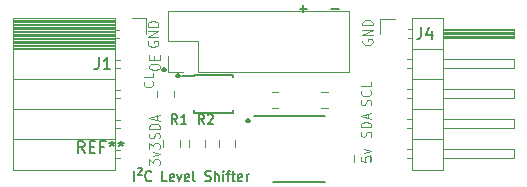
<source format=gbr>
G04 #@! TF.GenerationSoftware,KiCad,Pcbnew,5.0.0*
G04 #@! TF.CreationDate,2018-11-11T13:40:21-05:00*
G04 #@! TF.ProjectId,Pi-I2C-Level-Shifter,50692D4932432D4C6576656C2D536869,rev?*
G04 #@! TF.SameCoordinates,Original*
G04 #@! TF.FileFunction,Legend,Top*
G04 #@! TF.FilePolarity,Positive*
%FSLAX46Y46*%
G04 Gerber Fmt 4.6, Leading zero omitted, Abs format (unit mm)*
G04 Created by KiCad (PCBNEW 5.0.0) date Sun Nov 11 13:40:21 2018*
%MOMM*%
%LPD*%
G01*
G04 APERTURE LIST*
%ADD10C,0.300000*%
%ADD11C,0.150000*%
%ADD12C,0.100000*%
%ADD13C,0.120000*%
G04 APERTURE END LIST*
D10*
X186715400Y-84736714D02*
X186786828Y-84808142D01*
X186715400Y-84879571D01*
X186643971Y-84808142D01*
X186715400Y-84736714D01*
X186715400Y-84879571D01*
D11*
X197049428Y-79127342D02*
X197666571Y-79127342D01*
X197358000Y-79432104D02*
X197358000Y-78822580D01*
X199716428Y-79127342D02*
X200333571Y-79127342D01*
D10*
X192659000Y-88546714D02*
X192730428Y-88618142D01*
X192659000Y-88689571D01*
X192587571Y-88618142D01*
X192659000Y-88546714D01*
X192659000Y-88689571D01*
X185547000Y-84228714D02*
X185618428Y-84300142D01*
X185547000Y-84371571D01*
X185475571Y-84300142D01*
X185547000Y-84228714D01*
X185547000Y-84371571D01*
D11*
X183013952Y-93752142D02*
X183013952Y-92852142D01*
X183356809Y-92637857D02*
X183433000Y-92595000D01*
X183547285Y-92595000D01*
X183623476Y-92637857D01*
X183661571Y-92723571D01*
X183661571Y-92809285D01*
X183623476Y-92895000D01*
X183356809Y-93195000D01*
X183661571Y-93195000D01*
X184461571Y-93666428D02*
X184423476Y-93709285D01*
X184309190Y-93752142D01*
X184233000Y-93752142D01*
X184118714Y-93709285D01*
X184042523Y-93623571D01*
X184004428Y-93537857D01*
X183966333Y-93366428D01*
X183966333Y-93237857D01*
X184004428Y-93066428D01*
X184042523Y-92980714D01*
X184118714Y-92895000D01*
X184233000Y-92852142D01*
X184309190Y-92852142D01*
X184423476Y-92895000D01*
X184461571Y-92937857D01*
X185794904Y-93752142D02*
X185413952Y-93752142D01*
X185413952Y-92852142D01*
X186366333Y-93709285D02*
X186290142Y-93752142D01*
X186137761Y-93752142D01*
X186061571Y-93709285D01*
X186023476Y-93623571D01*
X186023476Y-93280714D01*
X186061571Y-93195000D01*
X186137761Y-93152142D01*
X186290142Y-93152142D01*
X186366333Y-93195000D01*
X186404428Y-93280714D01*
X186404428Y-93366428D01*
X186023476Y-93452142D01*
X186671095Y-93152142D02*
X186861571Y-93752142D01*
X187052047Y-93152142D01*
X187661571Y-93709285D02*
X187585380Y-93752142D01*
X187433000Y-93752142D01*
X187356809Y-93709285D01*
X187318714Y-93623571D01*
X187318714Y-93280714D01*
X187356809Y-93195000D01*
X187433000Y-93152142D01*
X187585380Y-93152142D01*
X187661571Y-93195000D01*
X187699666Y-93280714D01*
X187699666Y-93366428D01*
X187318714Y-93452142D01*
X188156809Y-93752142D02*
X188080619Y-93709285D01*
X188042523Y-93623571D01*
X188042523Y-92852142D01*
X189033000Y-93709285D02*
X189147285Y-93752142D01*
X189337761Y-93752142D01*
X189413952Y-93709285D01*
X189452047Y-93666428D01*
X189490142Y-93580714D01*
X189490142Y-93495000D01*
X189452047Y-93409285D01*
X189413952Y-93366428D01*
X189337761Y-93323571D01*
X189185380Y-93280714D01*
X189109190Y-93237857D01*
X189071095Y-93195000D01*
X189033000Y-93109285D01*
X189033000Y-93023571D01*
X189071095Y-92937857D01*
X189109190Y-92895000D01*
X189185380Y-92852142D01*
X189375857Y-92852142D01*
X189490142Y-92895000D01*
X189833000Y-93752142D02*
X189833000Y-92852142D01*
X190175857Y-93752142D02*
X190175857Y-93280714D01*
X190137761Y-93195000D01*
X190061571Y-93152142D01*
X189947285Y-93152142D01*
X189871095Y-93195000D01*
X189833000Y-93237857D01*
X190556809Y-93752142D02*
X190556809Y-93152142D01*
X190556809Y-92852142D02*
X190518714Y-92895000D01*
X190556809Y-92937857D01*
X190594904Y-92895000D01*
X190556809Y-92852142D01*
X190556809Y-92937857D01*
X190823476Y-93152142D02*
X191128238Y-93152142D01*
X190937761Y-93752142D02*
X190937761Y-92980714D01*
X190975857Y-92895000D01*
X191052047Y-92852142D01*
X191128238Y-92852142D01*
X191280619Y-93152142D02*
X191585380Y-93152142D01*
X191394904Y-92852142D02*
X191394904Y-93623571D01*
X191433000Y-93709285D01*
X191509190Y-93752142D01*
X191585380Y-93752142D01*
X192156809Y-93709285D02*
X192080619Y-93752142D01*
X191928238Y-93752142D01*
X191852047Y-93709285D01*
X191813952Y-93623571D01*
X191813952Y-93280714D01*
X191852047Y-93195000D01*
X191928238Y-93152142D01*
X192080619Y-93152142D01*
X192156809Y-93195000D01*
X192194904Y-93280714D01*
X192194904Y-93366428D01*
X191813952Y-93452142D01*
X192537761Y-93752142D02*
X192537761Y-93152142D01*
X192537761Y-93323571D02*
X192575857Y-93237857D01*
X192613952Y-93195000D01*
X192690142Y-93152142D01*
X192766333Y-93152142D01*
D12*
X202369000Y-81762523D02*
X202326142Y-81838714D01*
X202326142Y-81953000D01*
X202369000Y-82067285D01*
X202454714Y-82143476D01*
X202540428Y-82181571D01*
X202711857Y-82219666D01*
X202840428Y-82219666D01*
X203011857Y-82181571D01*
X203097571Y-82143476D01*
X203183285Y-82067285D01*
X203226142Y-81953000D01*
X203226142Y-81876809D01*
X203183285Y-81762523D01*
X203140428Y-81724428D01*
X202840428Y-81724428D01*
X202840428Y-81876809D01*
X203226142Y-81381571D02*
X202326142Y-81381571D01*
X203226142Y-80924428D01*
X202326142Y-80924428D01*
X203226142Y-80543476D02*
X202326142Y-80543476D01*
X202326142Y-80353000D01*
X202369000Y-80238714D01*
X202454714Y-80162523D01*
X202540428Y-80124428D01*
X202711857Y-80086333D01*
X202840428Y-80086333D01*
X203011857Y-80124428D01*
X203097571Y-80162523D01*
X203183285Y-80238714D01*
X203226142Y-80353000D01*
X203226142Y-80543476D01*
X203056285Y-87312380D02*
X203099142Y-87198095D01*
X203099142Y-87007619D01*
X203056285Y-86931428D01*
X203013428Y-86893333D01*
X202927714Y-86855238D01*
X202842000Y-86855238D01*
X202756285Y-86893333D01*
X202713428Y-86931428D01*
X202670571Y-87007619D01*
X202627714Y-87160000D01*
X202584857Y-87236190D01*
X202542000Y-87274285D01*
X202456285Y-87312380D01*
X202370571Y-87312380D01*
X202284857Y-87274285D01*
X202242000Y-87236190D01*
X202199142Y-87160000D01*
X202199142Y-86969523D01*
X202242000Y-86855238D01*
X203013428Y-86055238D02*
X203056285Y-86093333D01*
X203099142Y-86207619D01*
X203099142Y-86283809D01*
X203056285Y-86398095D01*
X202970571Y-86474285D01*
X202884857Y-86512380D01*
X202713428Y-86550476D01*
X202584857Y-86550476D01*
X202413428Y-86512380D01*
X202327714Y-86474285D01*
X202242000Y-86398095D01*
X202199142Y-86283809D01*
X202199142Y-86207619D01*
X202242000Y-86093333D01*
X202284857Y-86055238D01*
X203099142Y-85331428D02*
X203099142Y-85712380D01*
X202199142Y-85712380D01*
X203056285Y-89998428D02*
X203099142Y-89884142D01*
X203099142Y-89693666D01*
X203056285Y-89617476D01*
X203013428Y-89579380D01*
X202927714Y-89541285D01*
X202842000Y-89541285D01*
X202756285Y-89579380D01*
X202713428Y-89617476D01*
X202670571Y-89693666D01*
X202627714Y-89846047D01*
X202584857Y-89922238D01*
X202542000Y-89960333D01*
X202456285Y-89998428D01*
X202370571Y-89998428D01*
X202284857Y-89960333D01*
X202242000Y-89922238D01*
X202199142Y-89846047D01*
X202199142Y-89655571D01*
X202242000Y-89541285D01*
X203099142Y-89198428D02*
X202199142Y-89198428D01*
X202199142Y-89007952D01*
X202242000Y-88893666D01*
X202327714Y-88817476D01*
X202413428Y-88779380D01*
X202584857Y-88741285D01*
X202713428Y-88741285D01*
X202884857Y-88779380D01*
X202970571Y-88817476D01*
X203056285Y-88893666D01*
X203099142Y-89007952D01*
X203099142Y-89198428D01*
X202842000Y-88436523D02*
X202842000Y-88055571D01*
X203099142Y-88512714D02*
X202199142Y-88246047D01*
X203099142Y-87979380D01*
X202199142Y-91681285D02*
X202199142Y-92062238D01*
X202627714Y-92100333D01*
X202584857Y-92062238D01*
X202542000Y-91986047D01*
X202542000Y-91795571D01*
X202584857Y-91719380D01*
X202627714Y-91681285D01*
X202713428Y-91643190D01*
X202927714Y-91643190D01*
X203013428Y-91681285D01*
X203056285Y-91719380D01*
X203099142Y-91795571D01*
X203099142Y-91986047D01*
X203056285Y-92062238D01*
X203013428Y-92100333D01*
X202499142Y-91376523D02*
X203099142Y-91186047D01*
X202499142Y-90995571D01*
X184208000Y-81889523D02*
X184165142Y-81965714D01*
X184165142Y-82080000D01*
X184208000Y-82194285D01*
X184293714Y-82270476D01*
X184379428Y-82308571D01*
X184550857Y-82346666D01*
X184679428Y-82346666D01*
X184850857Y-82308571D01*
X184936571Y-82270476D01*
X185022285Y-82194285D01*
X185065142Y-82080000D01*
X185065142Y-82003809D01*
X185022285Y-81889523D01*
X184979428Y-81851428D01*
X184679428Y-81851428D01*
X184679428Y-82003809D01*
X185065142Y-81508571D02*
X184165142Y-81508571D01*
X185065142Y-81051428D01*
X184165142Y-81051428D01*
X185065142Y-80670476D02*
X184165142Y-80670476D01*
X184165142Y-80480000D01*
X184208000Y-80365714D01*
X184293714Y-80289523D01*
X184379428Y-80251428D01*
X184550857Y-80213333D01*
X184679428Y-80213333D01*
X184850857Y-80251428D01*
X184936571Y-80289523D01*
X185022285Y-80365714D01*
X185065142Y-80480000D01*
X185065142Y-80670476D01*
X184292142Y-84131095D02*
X184292142Y-83978714D01*
X184335000Y-83902523D01*
X184420714Y-83826333D01*
X184592142Y-83788238D01*
X184892142Y-83788238D01*
X185063571Y-83826333D01*
X185149285Y-83902523D01*
X185192142Y-83978714D01*
X185192142Y-84131095D01*
X185149285Y-84207285D01*
X185063571Y-84283476D01*
X184892142Y-84321571D01*
X184592142Y-84321571D01*
X184420714Y-84283476D01*
X184335000Y-84207285D01*
X184292142Y-84131095D01*
X184720714Y-83445380D02*
X184720714Y-83178714D01*
X185192142Y-83064428D02*
X185192142Y-83445380D01*
X184292142Y-83445380D01*
X184292142Y-83064428D01*
X184562714Y-85293190D02*
X184600809Y-85331285D01*
X184638904Y-85445571D01*
X184638904Y-85521761D01*
X184600809Y-85636047D01*
X184524619Y-85712238D01*
X184448428Y-85750333D01*
X184296047Y-85788428D01*
X184181761Y-85788428D01*
X184029380Y-85750333D01*
X183953190Y-85712238D01*
X183877000Y-85636047D01*
X183838904Y-85521761D01*
X183838904Y-85445571D01*
X183877000Y-85331285D01*
X183915095Y-85293190D01*
X184638904Y-84569380D02*
X184638904Y-84950333D01*
X183838904Y-84950333D01*
X185149285Y-90125428D02*
X185192142Y-90011142D01*
X185192142Y-89820666D01*
X185149285Y-89744476D01*
X185106428Y-89706380D01*
X185020714Y-89668285D01*
X184935000Y-89668285D01*
X184849285Y-89706380D01*
X184806428Y-89744476D01*
X184763571Y-89820666D01*
X184720714Y-89973047D01*
X184677857Y-90049238D01*
X184635000Y-90087333D01*
X184549285Y-90125428D01*
X184463571Y-90125428D01*
X184377857Y-90087333D01*
X184335000Y-90049238D01*
X184292142Y-89973047D01*
X184292142Y-89782571D01*
X184335000Y-89668285D01*
X185192142Y-89325428D02*
X184292142Y-89325428D01*
X184292142Y-89134952D01*
X184335000Y-89020666D01*
X184420714Y-88944476D01*
X184506428Y-88906380D01*
X184677857Y-88868285D01*
X184806428Y-88868285D01*
X184977857Y-88906380D01*
X185063571Y-88944476D01*
X185149285Y-89020666D01*
X185192142Y-89134952D01*
X185192142Y-89325428D01*
X184935000Y-88563523D02*
X184935000Y-88182571D01*
X185192142Y-88639714D02*
X184292142Y-88373047D01*
X185192142Y-88106380D01*
X184292142Y-92392380D02*
X184292142Y-91897142D01*
X184635000Y-92163809D01*
X184635000Y-92049523D01*
X184677857Y-91973333D01*
X184720714Y-91935238D01*
X184806428Y-91897142D01*
X185020714Y-91897142D01*
X185106428Y-91935238D01*
X185149285Y-91973333D01*
X185192142Y-92049523D01*
X185192142Y-92278095D01*
X185149285Y-92354285D01*
X185106428Y-92392380D01*
X184592142Y-91630476D02*
X185192142Y-91440000D01*
X184592142Y-91249523D01*
X184292142Y-91020952D02*
X184292142Y-90525714D01*
X184635000Y-90792380D01*
X184635000Y-90678095D01*
X184677857Y-90601904D01*
X184720714Y-90563809D01*
X184806428Y-90525714D01*
X185020714Y-90525714D01*
X185106428Y-90563809D01*
X185149285Y-90601904D01*
X185192142Y-90678095D01*
X185192142Y-90906666D01*
X185149285Y-90982857D01*
X185106428Y-91020952D01*
D13*
G04 #@! TO.C,J2*
X201228000Y-84515000D02*
X201228000Y-79315000D01*
X188468000Y-84515000D02*
X201228000Y-84515000D01*
X185868000Y-79315000D02*
X201228000Y-79315000D01*
X188468000Y-84515000D02*
X188468000Y-81915000D01*
X188468000Y-81915000D02*
X185868000Y-81915000D01*
X185868000Y-81915000D02*
X185868000Y-79315000D01*
X187198000Y-84515000D02*
X185868000Y-84515000D01*
X185868000Y-84515000D02*
X185868000Y-83185000D01*
D11*
G04 #@! TO.C,U2*
X194777000Y-93784000D02*
X199177000Y-93784000D01*
X193202000Y-88259000D02*
X199177000Y-88259000D01*
D13*
G04 #@! TO.C,C3*
X199394578Y-87578000D02*
X198877422Y-87578000D01*
X199394578Y-86158000D02*
X198877422Y-86158000D01*
G04 #@! TO.C,R4*
X201601000Y-92079578D02*
X201601000Y-91562422D01*
X203021000Y-92079578D02*
X203021000Y-91562422D01*
G04 #@! TO.C,C2*
X194686422Y-86158000D02*
X195203578Y-86158000D01*
X194686422Y-87578000D02*
X195203578Y-87578000D01*
D11*
G04 #@! TO.C,U1*
X188113000Y-84735000D02*
X188113000Y-84860000D01*
X191363000Y-84735000D02*
X191363000Y-84960000D01*
X191363000Y-87985000D02*
X191363000Y-87760000D01*
X188113000Y-87985000D02*
X188113000Y-87760000D01*
X188113000Y-84735000D02*
X191363000Y-84735000D01*
X188113000Y-87985000D02*
X191363000Y-87985000D01*
X188113000Y-84860000D02*
X187038000Y-84860000D01*
D13*
G04 #@! TO.C,R3*
X190171000Y-90809578D02*
X190171000Y-90292422D01*
X191591000Y-90809578D02*
X191591000Y-90292422D01*
G04 #@! TO.C,J4*
X206545000Y-79950000D02*
X206545000Y-92770000D01*
X206545000Y-92770000D02*
X209205000Y-92770000D01*
X209205000Y-92770000D02*
X209205000Y-79950000D01*
X209205000Y-79950000D02*
X206545000Y-79950000D01*
X209205000Y-80900000D02*
X215205000Y-80900000D01*
X215205000Y-80900000D02*
X215205000Y-81660000D01*
X215205000Y-81660000D02*
X209205000Y-81660000D01*
X209205000Y-80960000D02*
X215205000Y-80960000D01*
X209205000Y-81080000D02*
X215205000Y-81080000D01*
X209205000Y-81200000D02*
X215205000Y-81200000D01*
X209205000Y-81320000D02*
X215205000Y-81320000D01*
X209205000Y-81440000D02*
X215205000Y-81440000D01*
X209205000Y-81560000D02*
X215205000Y-81560000D01*
X206215000Y-80900000D02*
X206545000Y-80900000D01*
X206215000Y-81660000D02*
X206545000Y-81660000D01*
X206545000Y-82550000D02*
X209205000Y-82550000D01*
X209205000Y-83440000D02*
X215205000Y-83440000D01*
X215205000Y-83440000D02*
X215205000Y-84200000D01*
X215205000Y-84200000D02*
X209205000Y-84200000D01*
X206147929Y-83440000D02*
X206545000Y-83440000D01*
X206147929Y-84200000D02*
X206545000Y-84200000D01*
X206545000Y-85090000D02*
X209205000Y-85090000D01*
X209205000Y-85980000D02*
X215205000Y-85980000D01*
X215205000Y-85980000D02*
X215205000Y-86740000D01*
X215205000Y-86740000D02*
X209205000Y-86740000D01*
X206147929Y-85980000D02*
X206545000Y-85980000D01*
X206147929Y-86740000D02*
X206545000Y-86740000D01*
X206545000Y-87630000D02*
X209205000Y-87630000D01*
X209205000Y-88520000D02*
X215205000Y-88520000D01*
X215205000Y-88520000D02*
X215205000Y-89280000D01*
X215205000Y-89280000D02*
X209205000Y-89280000D01*
X206147929Y-88520000D02*
X206545000Y-88520000D01*
X206147929Y-89280000D02*
X206545000Y-89280000D01*
X206545000Y-90170000D02*
X209205000Y-90170000D01*
X209205000Y-91060000D02*
X215205000Y-91060000D01*
X215205000Y-91060000D02*
X215205000Y-91820000D01*
X215205000Y-91820000D02*
X209205000Y-91820000D01*
X206147929Y-91060000D02*
X206545000Y-91060000D01*
X206147929Y-91820000D02*
X206545000Y-91820000D01*
X203835000Y-81280000D02*
X203835000Y-80010000D01*
X203835000Y-80010000D02*
X205105000Y-80010000D01*
G04 #@! TO.C,J1*
X172790000Y-80070000D02*
X181420000Y-80070000D01*
X172790000Y-80188095D02*
X181420000Y-80188095D01*
X172790000Y-80306190D02*
X181420000Y-80306190D01*
X172790000Y-80424285D02*
X181420000Y-80424285D01*
X172790000Y-80542380D02*
X181420000Y-80542380D01*
X172790000Y-80660475D02*
X181420000Y-80660475D01*
X172790000Y-80778570D02*
X181420000Y-80778570D01*
X172790000Y-80896665D02*
X181420000Y-80896665D01*
X172790000Y-81014760D02*
X181420000Y-81014760D01*
X172790000Y-81132855D02*
X181420000Y-81132855D01*
X172790000Y-81250950D02*
X181420000Y-81250950D01*
X172790000Y-81369045D02*
X181420000Y-81369045D01*
X172790000Y-81487140D02*
X181420000Y-81487140D01*
X172790000Y-81605235D02*
X181420000Y-81605235D01*
X172790000Y-81723330D02*
X181420000Y-81723330D01*
X172790000Y-81841425D02*
X181420000Y-81841425D01*
X172790000Y-81959520D02*
X181420000Y-81959520D01*
X172790000Y-82077615D02*
X181420000Y-82077615D01*
X172790000Y-82195710D02*
X181420000Y-82195710D01*
X172790000Y-82313805D02*
X181420000Y-82313805D01*
X172790000Y-82431900D02*
X181420000Y-82431900D01*
X181420000Y-80920000D02*
X181770000Y-80920000D01*
X181420000Y-81640000D02*
X181770000Y-81640000D01*
X181420000Y-83460000D02*
X181830000Y-83460000D01*
X181420000Y-84180000D02*
X181830000Y-84180000D01*
X181420000Y-86000000D02*
X181830000Y-86000000D01*
X181420000Y-86720000D02*
X181830000Y-86720000D01*
X181420000Y-88540000D02*
X181830000Y-88540000D01*
X181420000Y-89260000D02*
X181830000Y-89260000D01*
X181420000Y-91080000D02*
X181830000Y-91080000D01*
X181420000Y-91800000D02*
X181830000Y-91800000D01*
X172790000Y-82550000D02*
X181420000Y-82550000D01*
X172790000Y-85090000D02*
X181420000Y-85090000D01*
X172790000Y-87630000D02*
X181420000Y-87630000D01*
X172790000Y-90170000D02*
X181420000Y-90170000D01*
X172790000Y-79950000D02*
X181420000Y-79950000D01*
X181420000Y-79950000D02*
X181420000Y-92770000D01*
X172790000Y-92770000D02*
X181420000Y-92770000D01*
X172790000Y-79950000D02*
X172790000Y-92770000D01*
X183990000Y-79950000D02*
X183990000Y-81280000D01*
X182880000Y-79950000D02*
X183990000Y-79950000D01*
G04 #@! TO.C,C1*
X184964000Y-86618578D02*
X184964000Y-86101422D01*
X186384000Y-86618578D02*
X186384000Y-86101422D01*
G04 #@! TO.C,R2*
X189051000Y-90809578D02*
X189051000Y-90292422D01*
X187631000Y-90809578D02*
X187631000Y-90292422D01*
G04 #@! TO.C,R1*
X185472000Y-90809578D02*
X185472000Y-90292422D01*
X186892000Y-90809578D02*
X186892000Y-90292422D01*
G04 #@! TO.C,J4*
D11*
X207311666Y-80732380D02*
X207311666Y-81446666D01*
X207264047Y-81589523D01*
X207168809Y-81684761D01*
X207025952Y-81732380D01*
X206930714Y-81732380D01*
X208216428Y-81065714D02*
X208216428Y-81732380D01*
X207978333Y-80684761D02*
X207740238Y-81399047D01*
X208359285Y-81399047D01*
G04 #@! TO.C,J1*
X180006666Y-83272380D02*
X180006666Y-83986666D01*
X179959047Y-84129523D01*
X179863809Y-84224761D01*
X179720952Y-84272380D01*
X179625714Y-84272380D01*
X181006666Y-84272380D02*
X180435238Y-84272380D01*
X180720952Y-84272380D02*
X180720952Y-83272380D01*
X180625714Y-83415238D01*
X180530476Y-83510476D01*
X180435238Y-83558095D01*
G04 #@! TO.C,R2*
X188969666Y-88880904D02*
X188703000Y-88499952D01*
X188512523Y-88880904D02*
X188512523Y-88080904D01*
X188817285Y-88080904D01*
X188893476Y-88119000D01*
X188931571Y-88157095D01*
X188969666Y-88233285D01*
X188969666Y-88347571D01*
X188931571Y-88423761D01*
X188893476Y-88461857D01*
X188817285Y-88499952D01*
X188512523Y-88499952D01*
X189274428Y-88157095D02*
X189312523Y-88119000D01*
X189388714Y-88080904D01*
X189579190Y-88080904D01*
X189655380Y-88119000D01*
X189693476Y-88157095D01*
X189731571Y-88233285D01*
X189731571Y-88309476D01*
X189693476Y-88423761D01*
X189236333Y-88880904D01*
X189731571Y-88880904D01*
G04 #@! TO.C,R1*
X186683666Y-88880904D02*
X186417000Y-88499952D01*
X186226523Y-88880904D02*
X186226523Y-88080904D01*
X186531285Y-88080904D01*
X186607476Y-88119000D01*
X186645571Y-88157095D01*
X186683666Y-88233285D01*
X186683666Y-88347571D01*
X186645571Y-88423761D01*
X186607476Y-88461857D01*
X186531285Y-88499952D01*
X186226523Y-88499952D01*
X187445571Y-88880904D02*
X186988428Y-88880904D01*
X187217000Y-88880904D02*
X187217000Y-88080904D01*
X187140809Y-88195190D01*
X187064619Y-88271380D01*
X186988428Y-88309476D01*
G04 #@! TO.C,REF\002A\002A*
X178828866Y-91365580D02*
X178495533Y-90889390D01*
X178257438Y-91365580D02*
X178257438Y-90365580D01*
X178638390Y-90365580D01*
X178733628Y-90413200D01*
X178781247Y-90460819D01*
X178828866Y-90556057D01*
X178828866Y-90698914D01*
X178781247Y-90794152D01*
X178733628Y-90841771D01*
X178638390Y-90889390D01*
X178257438Y-90889390D01*
X179257438Y-90841771D02*
X179590771Y-90841771D01*
X179733628Y-91365580D02*
X179257438Y-91365580D01*
X179257438Y-90365580D01*
X179733628Y-90365580D01*
X180495533Y-90841771D02*
X180162200Y-90841771D01*
X180162200Y-91365580D02*
X180162200Y-90365580D01*
X180638390Y-90365580D01*
X181162200Y-90365580D02*
X181162200Y-90603676D01*
X180924104Y-90508438D02*
X181162200Y-90603676D01*
X181400295Y-90508438D01*
X181019342Y-90794152D02*
X181162200Y-90603676D01*
X181305057Y-90794152D01*
X181924104Y-90365580D02*
X181924104Y-90603676D01*
X181686009Y-90508438D02*
X181924104Y-90603676D01*
X182162200Y-90508438D01*
X181781247Y-90794152D02*
X181924104Y-90603676D01*
X182066961Y-90794152D01*
G04 #@! TD*
M02*

</source>
